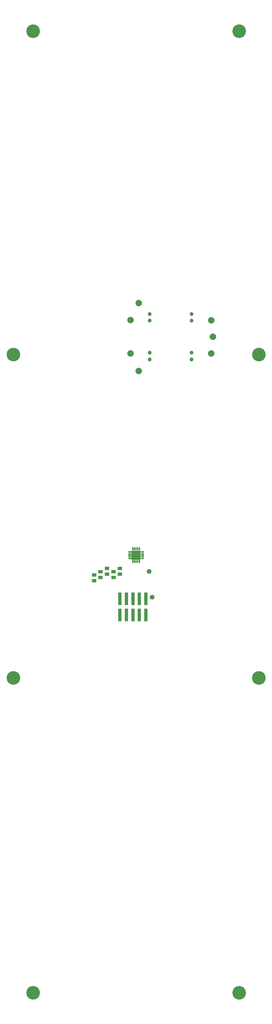
<source format=gbs>
%FSLAX44Y44*%
%MOMM*%
G71*
G01*
G75*
G04 Layer_Color=16711935*
%ADD10R,2.5000X6.0000*%
%ADD11R,6.9850X4.0000*%
%ADD12R,6.0000X2.5000*%
%ADD13R,4.0000X6.9850*%
%ADD14C,0.2540*%
%ADD15C,1.0000*%
%ADD16C,4.0000*%
%ADD17C,1.8000*%
%ADD18C,1.0000*%
%ADD19C,1.2700*%
%ADD20R,1.0200X3.8000*%
%ADD21R,1.2192X0.8128*%
%ADD22R,0.3556X0.7620*%
%ADD23R,0.7620X0.3556*%
%ADD24R,2.7940X2.7940*%
%ADD25R,2.7032X6.2032*%
%ADD26R,7.1882X4.2032*%
%ADD27R,6.2032X2.7032*%
%ADD28R,4.2032X7.1882*%
%ADD29C,4.2032*%
%ADD30C,2.0032*%
%ADD31C,1.2032*%
%ADD32C,1.4732*%
%ADD33R,1.1200X3.9000*%
%ADD34R,1.4224X1.0160*%
%ADD35R,0.5588X0.9652*%
%ADD36R,0.9652X0.5588*%
%ADD37R,2.9972X2.9972*%
D29*
X30000Y2100000D02*
D03*
X91000Y3100000D02*
D03*
X729000D02*
D03*
X790000Y2100000D02*
D03*
Y1100000D02*
D03*
X729000Y126500D02*
D03*
X91000D02*
D03*
X30000Y1100000D02*
D03*
D30*
X392796Y2206906D02*
D03*
X417856Y2259643D02*
D03*
X642526Y2205997D02*
D03*
X647232Y2154997D02*
D03*
X642526Y2103997D02*
D03*
X417856Y2049420D02*
D03*
X392760Y2103903D02*
D03*
D31*
X451951Y2105875D02*
D03*
Y2225875D02*
D03*
X581951Y2105875D02*
D03*
Y2225873D02*
D03*
Y2205119D02*
D03*
Y2085119D02*
D03*
X451951Y2205119D02*
D03*
Y2085119D02*
D03*
D32*
X460000Y1350000D02*
D03*
X450000Y1430000D02*
D03*
D33*
X440000Y1294650D02*
D03*
Y1345350D02*
D03*
X420000Y1294650D02*
D03*
Y1345350D02*
D03*
X400000Y1294650D02*
D03*
Y1345350D02*
D03*
X380000Y1294650D02*
D03*
Y1345350D02*
D03*
X360000Y1294650D02*
D03*
Y1345350D02*
D03*
D34*
Y1420856D02*
D03*
Y1439000D02*
D03*
X340000Y1410856D02*
D03*
Y1429000D02*
D03*
X300000Y1410856D02*
D03*
Y1429000D02*
D03*
X280000Y1400856D02*
D03*
Y1419000D02*
D03*
X320000Y1420856D02*
D03*
Y1439000D02*
D03*
D35*
X419750Y1460315D02*
D03*
X413250D02*
D03*
X406750D02*
D03*
X400250D02*
D03*
Y1499685D02*
D03*
X406750D02*
D03*
X413250D02*
D03*
X419750D02*
D03*
D36*
X390315Y1470250D02*
D03*
Y1476750D02*
D03*
Y1483250D02*
D03*
Y1489750D02*
D03*
X429685D02*
D03*
Y1483250D02*
D03*
Y1476750D02*
D03*
Y1470250D02*
D03*
D37*
X410000Y1480000D02*
D03*
M02*

</source>
